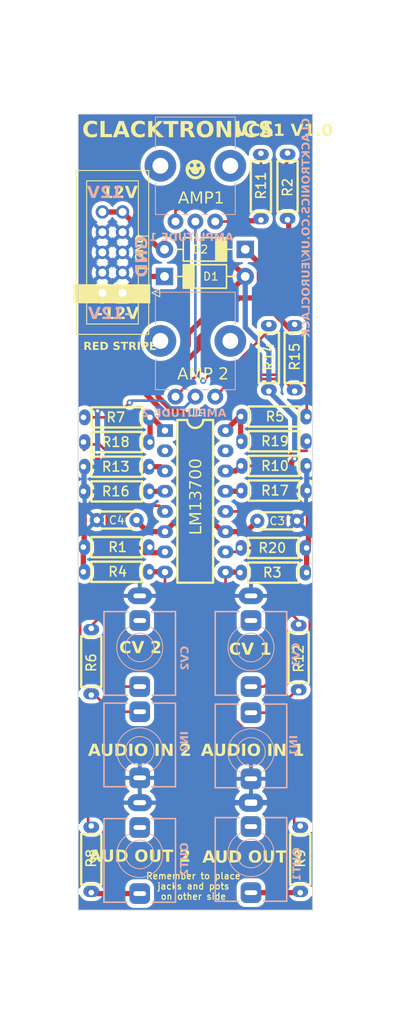
<source format=kicad_pcb>
(kicad_pcb (version 20221018) (generator pcbnew)
  (layers (0 "F.Cu" signal) (31 "B.Cu" signal) (34 "B.Paste" user) (35 "F.Paste" user) (36 "B.SilkS" user "B.Silkscreen") (37 "F.SilkS" user "F.Silkscreen") (38 "B.Mask" user) (39 "F.Mask" user) (44 "Edge.Cuts" user))
  (net 0 "")
  (net 2 "GND")
  (net 3 "Net-(J7-PadT)")
  (net 4 "+12V")
  (net 5 "-12V")
  (net 6 "Net-(D1-K)")
  (net 7 "Net-(D2-A)")
  (net 8 "Net-(J1-PadT)")
  (net 10 "Net-(J2-PadT)")
  (net 12 "Net-(J3-PadT)")
  (net 13 "Net-(J4-PadT)")
  (net 14 "Net-(R1-Pad2)")
  (net 15 "Net-(U1A-+)")
  (net 16 "Net-(U1C--)")
  (net 17 "Net-(R2-Pad1)")
  (net 18 "Net-(R3-Pad2)")
  (net 19 "Net-(U1C-+)")
  (net 20 "Net-(R7-Pad2)")
  (net 21 "Net-(R14-Pad2)")
  (net 22 "Net-(R15-Pad1)")
  (net 23 "Net-(U1A--)")
  (net 27 "Net-(J6-PadT)")
  (net 28 "Net-(R18-Pad1)")
  (net 29 "Net-(R4-Pad2)")
  (net 30 "Net-(R19-Pad1)")
  (net 31 "Net-(R5-Pad2)")
  (net 32 "Net-(R11-Pad2)")
  (net 33 "Net-(R20-Pad2)")
  (footprint "Clacktronics:R_Axial_DIN0204_L3.6mm_D1.6mm_P7.62mm_Horizontal" (layer "F.Cu") (at 148.25 76.31 90)
    (fp_text reference "R11" (at 4.318 0 90) (layer "F.SilkS") (effects (font (size 1.2 1.2) (thickness 0.2) bold)))
    (fp_text value "10k")
    (pad "1" thru_hole oval (at 0 0 90) (size 1.4 2) (drill 0.7 (offset 0.15 0)) (layers "*.Cu" "*.Mask") (net 5 "-12V"))
    (pad "2" thru_hole oval (at 8.382 0 270) (size 1.4 2) (drill 0.7 (offset 0.15 0)) (layers "*.Cu" "*.Mask") (net 32 "Net-(R11-Pad2)"))
  )
  (footprint "Clacktronics:R_Axial_DIN0204_L3.6mm_D1.6mm_P7.62mm_Horizontal" (layer "F.Cu") (at 153 127.09 -90)
    (fp_text reference "R12" (at 4.318 0 -90) (layer "F.SilkS") (effects (font (size 1.2 1.2) (thickness 0.2) bold)))
    (fp_text value "100k")
    (pad "1" thru_hole oval (at 0 0 270) (size 1.4 2) (drill 0.7 (offset 0.15 0)) (layers "*.Cu" "*.Mask") (net 15 "Net-(U1A-+)"))
    (pad "2" thru_hole oval (at 8.382 0 90) (size 1.4 2) (drill 0.7 (offset 0.15 0)) (layers "*.Cu" "*.Mask") (net 13 "Net-(J4-PadT)"))
  )
  (footprint "Clacktronics:R_Axial_DIN0204_L3.6mm_D1.6mm_P7.62mm_Horizontal" (layer "F.Cu") (at 154 117.5 180)
    (fp_text reference "R20" (at 4.318 0 180) (layer "F.SilkS") (effects (font (size 1.2 1.2) (thickness 0.2) bold)))
    (fp_text value "20k")
    (pad "1" thru_hole oval (at 0 0 180) (size 1.4 2) (drill 0.7 (offset 0.15 0)) (layers "*.Cu" "*.Mask") (net 5 "-12V"))
    (pad "2" thru_hole oval (at 8.382 0) (size 1.4 2) (drill 0.7 (offset 0.15 0)) (layers "*.Cu" "*.Mask") (net 33 "Net-(R20-Pad2)"))
  )
  (footprint "Clacktronics:R_Axial_DIN0204_L3.6mm_D1.6mm_P7.62mm_Horizontal" (layer "F.Cu") (at 134.3 110.4 180)
    (fp_text reference "R16" (at 4.318 0 180) (layer "F.SilkS") (effects (font (size 1.2 1.2) (thickness 0.2) bold)))
    (fp_text value "1k")
    (pad "1" thru_hole oval (at 0 0 180) (size 1.4 2) (drill 0.7 (offset 0.15 0)) (layers "*.Cu" "*.Mask") (net 16 "Net-(U1C--)"))
    (pad "2" thru_hole oval (at 8.382 0) (size 1.4 2) (drill 0.7 (offset 0.15 0)) (layers "*.Cu" "*.Mask") (net 2 "GND"))
  )
  (footprint "Clacktronics:R_Axial_DIN0204_L3.6mm_D1.6mm_P7.62mm_Horizontal" (layer "F.Cu") (at 154 120.6 180)
    (fp_text reference "R3" (at 4.318 0 180) (layer "F.SilkS") (effects (font (size 1.2 1.2) (thickness 0.2) bold)))
    (fp_text value "20k")
    (pad "1" thru_hole oval (at 0 0 180) (size 1.4 2) (drill 0.7 (offset 0.15 0)) (layers "*.Cu" "*.Mask") (net 5 "-12V"))
    (pad "2" thru_hole oval (at 8.382 0) (size 1.4 2) (drill 0.7 (offset 0.15 0)) (layers "*.Cu" "*.Mask") (net 18 "Net-(R3-Pad2)"))
  )
  (footprint "Clacktronics:R_Axial_DIN0204_L3.6mm_D1.6mm_P7.62mm_Horizontal" (layer "F.Cu") (at 145.7 107.2)
    (fp_text reference "R10" (at 4.318 0) (layer "F.SilkS") (effects (font (size 1.2 1.2) (thickness 0.2) bold)))
    (fp_text value "1k")
    (pad "1" thru_hole oval (at 0 0) (size 1.4 2) (drill 0.7 (offset 0.15 0)) (layers "*.Cu" "*.Mask") (net 15 "Net-(U1A-+)"))
    (pad "2" thru_hole oval (at 8.382 0 180) (size 1.4 2) (drill 0.7 (offset 0.15 0)) (layers "*.Cu" "*.Mask") (net 2 "GND"))
  )
  (footprint "Clacktronics:R_Axial_DIN0204_L3.6mm_D1.6mm_P7.62mm_Horizontal" (layer "F.Cu") (at 134.3 104.2 180)
    (fp_text reference "R18" (at 4.318 0 180) (layer "F.SilkS") (effects (font (size 1.2 1.2) (thickness 0.2) bold)))
    (fp_text value "100k")
    (pad "1" thru_hole oval (at 0 0 180) (size 1.4 2) (drill 0.7 (offset 0.15 0)) (layers "*.Cu" "*.Mask") (net 28 "Net-(R18-Pad1)"))
    (pad "2" thru_hole oval (at 8.382 0) (size 1.4 2) (drill 0.7 (offset 0.15 0)) (layers "*.Cu" "*.Mask") (net 27 "Net-(J6-PadT)"))
  )
  (footprint "Clacktronics:R_Axial_DIN0204_L3.6mm_D1.6mm_P7.62mm_Horizontal" (layer "F.Cu") (at 145.7 101)
    (fp_text reference "R5" (at 4.318 0) (layer "F.SilkS") (effects (font (size 1.2 1.2) (thickness 0.2) bold)))
    (fp_text value "100k")
    (pad "1" thru_hole oval (at 0 0) (size 1.4 2) (drill 0.7 (offset 0.15 0)) (layers "*.Cu" "*.Mask") (net 30 "Net-(R19-Pad1)"))
    (pad "2" thru_hole oval (at 8.382 0 180) (size 1.4 2) (drill 0.7 (offset 0.15 0)) (layers "*.Cu" "*.Mask") (net 31 "Net-(R5-Pad2)"))
  )
  (footprint "Clacktronics:R_Axial_DIN0204_L3.6mm_D1.6mm_P7.62mm_Horizontal" (layer "F.Cu") (at 134.3 101.1 180)
    (fp_text reference "R7" (at 4.318 0 180) (layer "F.SilkS") (effects (font (size 1.2 1.2) (thickness 0.2) bold)))
    (fp_text value "100k")
    (pad "1" thru_hole oval (at 0 0 180) (size 1.4 2) (drill 0.7 (offset 0.15 0)) (layers "*.Cu" "*.Mask") (net 28 "Net-(R18-Pad1)"))
    (pad "2" thru_hole oval (at 8.382 0) (size 1.4 2) (drill 0.7 (offset 0.15 0)) (layers "*.Cu" "*.Mask") (net 20 "Net-(R7-Pad2)"))
  )
  (footprint "Clacktronics:R_Axial_DIN0204_L3.6mm_D1.6mm_P7.62mm_Horizontal" (layer "F.Cu") (at 152.5 97.8 90)
    (fp_text reference "R15" (at 4.318 0 90) (layer "F.SilkS") (effects (font (size 1.2 1.2) (thickness 0.2) bold)))
    (fp_text value "10k")
    (pad "1" thru_hole oval (at 0 0 90) (size 1.4 2) (drill 0.7 (offset 0.15 0)) (layers "*.Cu" "*.Mask") (net 22 "Net-(R15-Pad1)"))
    (pad "2" thru_hole oval (at 8.382 0 270) (size 1.4 2) (drill 0.7 (offset 0.15 0)) (layers "*.Cu" "*.Mask") (net 4 "+12V"))
  )
  (footprint "Clacktronics:R_Axial_DIN0204_L3.6mm_D1.6mm_P7.62mm_Horizontal" (layer "F.Cu") (at 134.3 107.3 180)
    (fp_text reference "R13" (at 4.318 0 180) (layer "F.SilkS") (effects (font (size 1.2 1.2) (thickness 0.2) bold)))
    (fp_text value "1k")
    (pad "1" thru_hole oval (at 0 0 180) (size 1.4 2) (drill 0.7 (offset 0.15 0)) (layers "*.Cu" "*.Mask") (net 19 "Net-(U1C-+)"))
    (pad "2" thru_hole oval (at 8.382 0) (size 1.4 2) (drill 0.7 (offset 0.15 0)) (layers "*.Cu" "*.Mask") (net 2 "GND"))
  )
  (footprint "Clacktronics:C_TH_Disc_P5.00mm" (layer "F.Cu") (at 127.6 114)
    (fp_text reference "C4" (at 2.5 0.0254) (layer "F.SilkS"))
    (fp_text value "100n")
    (pad "1" thru_hole circle (at 0 0) (size 1.8 1.8) (drill 0.8) (layers "*.Cu" "*.Mask") (net 2 "GND"))
    (pad "2" thru_hole circle (at 5 0) (size 1.8 1.8) (drill 0.8) (layers "*.Cu" "*.Mask") (net 5 "-12V"))
  )
  (footprint "Clacktronics:DIP-16_W7.62mm_LongPads" (layer "F.Cu") (at 136.175 102.76)
    (fp_text reference "U1" (at 3.81 -2.33) (layer "F.SilkS"))
    (fp_text value "LM13700")
    (pad "1" thru_hole rect (at 0 0) (size 2 1.6) (drill 0.8) (layers "*.Cu" "*.Mask") (net 28 "Net-(R18-Pad1)"))
    (pad "2" thru_hole oval (at 0 2.54) (size 2 1.6) (drill 0.8) (layers "*.Cu" "*.Mask"))
    (pad "3" thru_hole oval (at 0 5.08) (size 2 1.6) (drill 0.8) (layers "*.Cu" "*.Mask") (net 19 "Net-(U1C-+)"))
    (pad "4" thru_hole oval (at 0 7.62) (size 2 1.6) (drill 0.8) (layers "*.Cu" "*.Mask") (net 16 "Net-(U1C--)"))
    (pad "5" thru_hole oval (at 0 10.16) (size 2 1.6) (drill 0.8) (layers "*.Cu" "*.Mask") (net 14 "Net-(R1-Pad2)"))
    (pad "6" thru_hole oval (at 0 12.7) (size 2 1.6) (drill 0.8) (layers "*.Cu" "*.Mask") (net 5 "-12V"))
    (pad "7" thru_hole oval (at 0 15.24) (size 2 1.6) (drill 0.8) (layers "*.Cu" "*.Mask") (net 14 "Net-(R1-Pad2)"))
    (pad "8" thru_hole oval (at 0 17.78) (size 2 1.6) (drill 0.8) (layers "*.Cu" "*.Mask") (net 29 "Net-(R4-Pad2)"))
    (pad "9" thru_hole oval (at 7.62 17.78) (size 2 1.6) (drill 0.8) (layers "*.Cu" "*.Mask") (net 18 "Net-(R3-Pad2)"))
    (pad "10" thru_hole oval (at 7.62 15.24) (size 2 1.6) (drill 0.8) (layers "*.Cu" "*.Mask") (net 33 "Net-(R20-Pad2)"))
    (pad "11" thru_hole oval (at 7.62 12.7) (size 2 1.6) (drill 0.8) (layers "*.Cu" "*.Mask") (net 4 "+12V"))
    (pad "12" thru_hole oval (at 7.62 10.16) (size 2 1.6) (drill 0.8) (layers "*.Cu" "*.Mask") (net 33 "Net-(R20-Pad2)"))
    (pad "13" thru_hole oval (at 7.62 7.62) (size 2 1.6) (drill 0.8) (layers "*.Cu" "*.Mask") (net 23 "Net-(U1A--)"))
    (pad "14" thru_hole oval (at 7.62 5.08) (size 2 1.6) (drill 0.8) (layers "*.Cu" "*.Mask") (net 15 "Net-(U1A-+)"))
    (pad "15" thru_hole oval (at 7.62 2.54) (size 2 1.6) (drill 0.8) (layers "*.Cu" "*.Mask"))
    (pad "16" thru_hole oval (at 7.62 0) (size 2 1.6) (drill 0.8) (layers "*.Cu" "*.Mask") (net 30 "Net-(R19-Pad1)"))
  )
  (footprint "Clacktronics:R_Axial_DIN0204_L3.6mm_D1.6mm_P7.62mm_Horizontal" (layer "F.Cu") (at 126.9 160.8 90)
    (fp_text reference "R8" (at 4.318 0 90) (layer "F.SilkS") (effects (font (size 1.2 1.2) (thickness 0.2) bold)))
    (fp_text value "1k")
    (pad "1" thru_hole oval (at 0 0 90) (size 1.4 2) (drill 0.7 (offset 0.15 0)) (layers "*.Cu" "*.Mask") (net 10 "Net-(J2-PadT)"))
    (pad "2" thru_hole oval (at 8.382 0 270) (size 1.4 2) (drill 0.7 (offset 0.15 0)) (layers "*.Cu" "*.Mask") (net 29 "Net-(R4-Pad2)"))
  )
  (footprint "Clacktronics:R_Axial_DIN0204_L3.6mm_D1.6mm_P7.62mm_Horizontal" (layer "F.Cu") (at 125.9 117.4)
    (fp_text reference "R1" (at 4.318 0) (layer "F.SilkS") (effects (font (size 1.2 1.2) (thickness 0.2) bold)))
    (fp_text value "20k")
    (pad "1" thru_hole oval (at 0 0) (size 1.4 2) (drill 0.7 (offset 0.15 0)) (layers "*.Cu" "*.Mask") (net 5 "-12V"))
    (pad "2" thru_hole oval (at 8.382 0 180) (size 1.4 2) (drill 0.7 (offset 0.15 0)) (layers "*.Cu" "*.Mask") (net 14 "Net-(R1-Pad2)"))
  )
  (footprint "Clacktronics:C_TH_Disc_P5.00mm" (layer "F.Cu") (at 147.8 114.1)
    (fp_text reference "C3" (at 2.5 0.0254) (layer "F.SilkS"))
    (fp_text value "100n")
    (pad "1" thru_hole circle (at 0 0) (size 1.8 1.8) (drill 0.8) (layers "*.Cu" "*.Mask") (net 4 "+12V"))
    (pad "2" thru_hole circle (at 5 0) (size 1.8 1.8) (drill 0.8) (layers "*.Cu" "*.Mask") (net 2 "GND"))
  )
  (footprint "Clacktronics:R_Axial_DIN0204_L3.6mm_D1.6mm_P7.62mm_Horizontal" (layer "F.Cu") (at 149.25 97.81 90)
    (fp_text reference "R14" (at 4.318 0 90) (layer "F.SilkS") (effects (font (size 1.2 1.2) (thickness 0.2) bold)))
    (fp_text value "10k")
    (pad "1" thru_hole oval (at 0 0 90) (size 1.4 2) (drill 0.7 (offset 0.15 0)) (layers "*.Cu" "*.Mask") (net 5 "-12V"))
    (pad "2" thru_hole oval (at 8.382 0 270) (size 1.4 2) (drill 0.7 (offset 0.15 0)) (layers "*.Cu" "*.Mask") (net 21 "Net-(R14-Pad2)"))
  )
  (footprint "Clacktronics:face" (layer "F.Cu") (at 140 70)
    (fp_text reference "G***" hide)
    (fp_text value "LOGO" hide)
  )
  (footprint "Connector_IDC:IDC-Header_2x05_P2.54mm_Vertical" (layer "F.Cu") (at 130.84 85.46 180)
    (fp_text reference "J5" hide)
    (fp_text value "Eurorack socket" hide)
    (pad "1" thru_hole roundrect (at 0 0 180) (size 1.7 1.7) (drill 1) (layers "*.Cu" "*.Mask") (roundrect_rratio 0.1470588235) (net 6 "Net-(D1-K)"))
    (pad "2" thru_hole circle (at 2.54 0 180) (size 1.7 1.7) (drill 1) (layers "*.Cu" "*.Mask") (net 6 "Net-(D1-K)"))
    (pad "3" thru_hole circle (at 0 2.54 180) (size 1.7 1.7) (drill 1) (layers "*.Cu" "*.Mask") (net 2 "GND"))
    (pad "4" thru_hole circle (at 2.54 2.54 180) (size 1.7 1.7) (drill 1) (layers "*.Cu" "*.Mask") (net 2 "GND"))
    (pad "5" thru_hole circle (at 0 5.08 180) (size 1.7 1.7) (drill 1) (layers "*.Cu" "*.Mask") (net 2 "GND"))
    (pad "6" thru_hole circle (at 2.54 5.08 180) (size 1.7 1.7) (drill 1) (layers "*.Cu" "*.Mask") (net 2 "GND"))
    (pad "7" thru_hole circle (at 0 7.62 180) (size 1.7 1.7) (drill 1) (layers "*.Cu" "*.Mask") (net 2 "GND"))
    (pad "8" thru_hole circle (at 2.54 7.62 180) (size 1.7 1.7) (drill 1) (layers "*.Cu" "*.Mask") (net 2 "GND"))
    (pad "9" thru_hole circle (at 0 10.16 180) (size 1.7 1.7) (drill 1) (layers "*.Cu" "*.Mask") (net 7 "Net-(D2-A)"))
    (pad "10" thru_hole circle (at 2.54 10.16 180) (size 1.7 1.7) (drill 1) (layers "*.Cu" "*.Mask") (net 7 "Net-(D2-A)"))
  )
  (footprint "Clacktronics:R_Axial_DIN0204_L3.6mm_D1.6mm_P7.62mm_Horizontal" (layer "F.Cu") (at 153.2 160.81 90)
    (fp_text reference "R9" (at 4.318 0 90) (layer "F.SilkS") (effects (font (size 1.2 1.2) (thickness 0.2) bold)))
    (fp_text value "1k")
    (pad "1" thru_hole oval (at 0 0 90) (size 1.4 2) (drill 0.7 (offset 0.15 0)) (layers "*.Cu" "*.Mask") (net 12 "Net-(J3-PadT)"))
    (pad "2" thru_hole oval (at 8.382 0 270) (size 1.4 2) (drill 0.7 (offset 0.15 0)) (layers "*.Cu" "*.Mask") (net 18 "Net-(R3-Pad2)"))
  )
  (footprint "Clacktronics:R_Axial_DIN0204_L3.6mm_D1.6mm_P7.62mm_Horizontal" (layer "F.Cu") (at 151.6 67.9 -90)
    (fp_text reference "R2" (at 4.318 0 -90) (layer "F.SilkS") (effects (font (size 1.2 1.2) (thickness 0.2) bold)))
    (fp_text value "10k")
    (pad "1" thru_hole oval (at 0 0 270) (size 1.4 2) (drill 0.7 (offset 0.15 0)) (layers "*.Cu" "*.Mask") (net 17 "Net-(R2-Pad1)"))
    (pad "2" thru_hole oval (at 8.382 0 90) (size 1.4 2) (drill 0.7 (offset 0.15 0)) (layers "*.Cu" "*.Mask") (net 4 "+12V"))
  )
  (footprint "Clacktronics:R_Axial_DIN0204_L3.6mm_D1.6mm_P7.62mm_Horizontal" (layer "F.Cu") (at 125.9 120.5)
    (fp_text reference "R4" (at 4.318 0) (layer "F.SilkS") (effects (font (size 1.2 1.2) (thickness 0.2) bold)))
    (fp_text value "20k")
    (pad "1" thru_hole oval (at 0 0) (size 1.4 2) (drill 0.7 (offset 0.15 0)) (layers "*.Cu" "*.Mask") (net 5 "-12V"))
    (pad "2" thru_hole oval (at 8.382 0 180) (size 1.4 2) (drill 0.7 (offset 0.15 0)) (layers "*.Cu" "*.Mask") (net 29 "Net-(R4-Pad2)"))
  )
  (footprint "Clacktronics:R_Axial_DIN0204_L3.6mm_D1.6mm_P7.62mm_Horizontal" (layer "F.Cu") (at 145.7 110.3)
    (fp_text reference "R17" (at 4.318 0) (layer "F.SilkS") (effects (font (size 1.2 1.2) (thickness 0.2) bold)))
    (fp_text value "1k")
    (pad "1" thru_hole oval (at 0 0) (size 1.4 2) (drill 0.7 (offset 0.15 0)) (layers "*.Cu" "*.Mask") (net 23 "Net-(U1A--)"))
    (pad "2" thru_hole oval (at 8.382 0 180) (size 1.4 2) (drill 0.7 (offset 0.15 0)) (layers "*.Cu" "*.Mask") (net 2 "GND"))
  )
  (footprint "Clacktronics:R_Axial_DIN0204_L3.6mm_D1.6mm_P7.62mm_Horizontal" (layer "F.Cu") (at 145.7 104.1)
    (fp_text reference "R19" (at 4.318 0) (layer "F.SilkS") (effects (font (size 1.2 1.2) (thickness 0.2) bold)))
    (fp_text value "100k")
    (pad "1" thru_hole oval (at 0 0) (size 1.4 2) (drill 0.7 (offset 0.15 0)) (layers "*.Cu" "*.Mask") (net 30 "Net-(R19-Pad1)"))
    (pad "2" thru_hole oval (at 8.382 0 180) (size 1.4 2) (drill 0.7 (offset 0.15 0)) (layers "*.Cu" "*.Mask") (net 3 "Net-(J7-PadT)"))
  )
  (footprint "Clacktronics:D_TH_DO-41_P10.16mm" (layer "F.Cu") (at 136.12 83.4)
    (fp_text reference "D1" (at 5.83 0) (layer "F.SilkS"))
    (fp_text value "D_Schottky")
    (pad "1" thru_hole rect (at 0 0) (size 2.2 2.2) (drill 1.1) (layers "*.Cu" "*.Mask") (net 6 "Net-(D1-K)"))
    (pad "2" thru_hole oval (at 10.16 0) (size 2.2 2.2) (drill 1.1) (layers "*.Cu" "*.Mask") (net 5 "-12V"))
  )
  (footprint "Clacktronics:D_TH_DO-41_P10.16mm" (layer "F.Cu") (at 146.28 80 180)
    (fp_text reference "D2" (at 5.66 0) (layer "F.SilkS"))
    (fp_text value "D_Schottky")
    (pad "1" thru_hole rect (at 0 0 180) (size 2.2 2.2) (drill 1.1) (layers "*.Cu" "*.Mask") (net 4 "+12V"))
    (pad "2" thru_hole oval (at 10.16 0 180) (size 2.2 2.2) (drill 1.1) (layers "*.Cu" "*.Mask") (net 7 "Net-(D2-A)"))
  )
  (footprint "Clacktronics:R_Axial_DIN0204_L3.6mm_D1.6mm_P7.62mm_Horizontal" (layer "F.Cu") (at 126.9 127.6 -90)
    (fp_text reference "R6" (at 4.318 0 -90) (layer "F.SilkS") (effects (font (size 1.2 1.2) (thickness 0.2) bold)))
    (fp_text value "100k")
    (pad "1" thru_hole oval (at 0 0 270) (size 1.4 2) (drill 0.7 (offset 0.15 0)) (layers "*.Cu" "*.Mask") (net 19 "Net-(U1C-+)"))
    (pad "2" thru_hole oval (at 8.382 0 90) (size 1.4 2) (drill 0.7 (offset 0.15 0)) (layers "*.Cu" "*.Mask") (net 8 "Net-(J1-PadT)"))
  )
  (footprint "AudioJacks:Jack_3.5mm_QingPu_WQP-PJ301M-12_Vertical" (layer "B.Cu") (at 133 143 180)
    (fp_text reference "J1" hide)
    (fp_text value "AUDIO IN 2" hide)
    (pad "S" thru_hole oval (at 0 -6.48 180) (size 3.1 2.1) (drill oval 1.6 0.6) (layers "*.Cu" "*.Mask") (net 2 "GND"))
    (pad "T" thru_hole roundrect (at 0 4.92 180) (size 2.6 2.6) (drill oval 1.6 0.6) (layers "*.Cu" "*.Mask") (net 8 "Net-(J1-PadT)"))
    (pad "TN" thru_hole roundrect (at 0 -3.38 180) (size 2.6 2.6) (drill oval 1.6 0.6) (layers "*.Cu" "*.Mask") (net 2 "GND"))
  )
  (footprint "AudioJacks:Jack_3.5mm_QingPu_WQP-PJ301M-12_Vertical" (layer "B.Cu") (at 147 155.88)
    (fp_text reference "J3" hide)
    (fp_text value "AUDIO_OUT_1" hide)
    (pad "S" thru_hole oval (at 0 -6.48) (size 3.1 2.1) (drill oval 1.6 0.6) (layers "*.Cu" "*.Mask") (net 2 "GND"))
    (pad "T" thru_hole roundrect (at 0 4.92) (size 2.6 2.6) (drill oval 1.6 0.6) (layers "*.Cu" "*.Mask") (net 12 "Net-(J3-PadT)"))
    (pad "TN" thru_hole roundrect (at 0 -3.38) (size 2.6 2.6) (drill oval 1.6 0.6) (layers "*.Cu" "*.Mask"))
  )
  (footprint "AudioJacks:Jack_3.5mm_QingPu_WQP-PJ301M-12_Vertical" (layer "B.Cu") (at 133 156)
    (fp_text reference "J2" hide)
    (fp_text value "AUDIO_OUT_2" hide)
    (pad "S" thru_hole oval (at 0 -6.48) (size 3.1 2.1) (drill oval 1.6 0.6) (layers "*.Cu" "*.Mask") (net 2 "GND"))
    (pad "T" thru_hole roundrect (at 0 4.92) (size 2.6 2.6) (drill oval 1.6 0.6) (layers "*.Cu" "*.Mask") (net 10 "Net-(J2-PadT)"))
    (pad "TN" thru_hole roundrect (at 0 -3.38) (size 2.6 2.6) (drill oval 1.6 0.6) (layers "*.Cu" "*.Mask"))
  )
  (footprint "Clacktronics:POT_TH_Alps_RK09K_Single_Vertical" (layer "B.Cu") (at 140 69 180)
    (fp_text reference "RV1" hide)
    (fp_text value "100k")
    (pad "" thru_hole circle (at -4.4 -0.5 90) (size 4 4) (drill 2) (layers "*.Cu" "*.Mask"))
    (pad "" thru_hole circle (at 4.4 -0.5 90) (size 4 4) (drill 2) (layers "*.Cu" "*.Mask"))
    (pad "1" thru_hole circle (at 2.5 -7.5 90) (size 2 2) (drill 1) (layers "*.Cu" "*.Mask") (net 32 "Net-(R11-Pad2)"))
    (pad "2" thru_hole circle (at 0 -7.5 180) (size 2 2) (drill 1) (layers "*.Cu" "*.Mask") (net 31 "Net-(R5-Pad2)"))
    (pad "3" thru_hole circle (at -2.5 -7.5 90) (size 2 2) (drill 1) (layers "*.Cu" "*.Mask") (net 17 "Net-(R2-Pad1)"))
  )
  (footprint "AudioJacks:Jack_3.5mm_QingPu_WQP-PJ301M-12_Vertical" (layer "B.Cu") (at 147 143.12 180)
    (fp_text reference "J4" hide)
    (fp_text value "AUDIO IN 1" hide)
    (pad "S" thru_hole oval (at 0 -6.48 180) (size 3.1 2.1) (drill oval 1.6 0.6) (layers "*.Cu" "*.Mask") (net 2 "GND"))
    (pad "T" thru_hole roundrect (at 0 4.92 180) (size 2.6 2.6) (drill oval 1.6 0.6) (layers "*.Cu" "*.Mask") (net 13 "Net-(J4-PadT)"))
    (pad "TN" thru_hole roundrect (at 0 -3.38 180) (size 2.6 2.6) (drill oval 1.6 0.6) (layers "*.Cu" "*.Mask") (net 2 "GND"))
  )
  (footprint "Clacktronics:POT_TH_Alps_RK09K_Single_Vertical" (layer "B.Cu") (at 140 91 180)
    (fp_text reference "RV2" hide)
    (fp_text value "100k")
    (pad "" thru_hole circle (at -4.4 -0.5 90) (size 4 4) (drill 2) (layers "*.Cu" "*.Mask"))
    (pad "" thru_hole circle (at 4.4 -0.5 90) (size 4 4) (drill 2) (layers "*.Cu" "*.Mask"))
    (pad "1" thru_hole circle (at 2.5 -7.5 90) (size 2 2) (drill 1) (layers "*.Cu" "*.Mask") (net 21 "Net-(R14-Pad2)"))
    (pad "2" thru_hole circle (at 0 -7.5 180) (size 2 2) (drill 1) (layers "*.Cu" "*.Mask") (net 20 "Net-(R7-Pad2)"))
    (pad "3" thru_hole circle (at -2.5 -7.5 90) (size 2 2) (drill 1) (layers "*.Cu" "*.Mask") (net 22 "Net-(R15-Pad1)"))
  )
  (footprint "AudioJacks:Jack_3.5mm_QingPu_WQP-PJ301M-12_Vertical" (layer "B.Cu") (at 147 130)
    (fp_text reference "J7" hide)
    (fp_text value "CV 1")
    (pad "S" thru_hole oval (at 0 -6.48) (size 3.1 2.1) (drill oval 1.6 0.6) (layers "*.Cu" "*.Mask") (net 2 "GND"))
    (pad "T" thru_hole roundrect (at 0 4.92) (size 2.6 2.6) (drill oval 1.6 0.6) (layers "*.Cu" "*.Mask") (net 3 "Net-(J7-PadT)"))
    (pad "TN" thru_hole roundrect (at 0 -3.38) (size 2.6 2.6) (drill oval 1.6 0.6) (layers "*.Cu" "*.Mask"))
  )
  (footprint "AudioJacks:Jack_3.5mm_QingPu_WQP-PJ301M-12_Vertical" (layer "B.Cu") (at 133 130)
    (fp_text reference "J6" hide)
    (fp_text value "CV 2" hide)
    (pad "S" thru_hole oval (at 0 -6.48) (size 3.1 2.1) (drill oval 1.6 0.6) (layers "*.Cu" "*.Mask") (net 2 "GND"))
    (pad "T" thru_hole roundrect (at 0 4.92) (size 2.6 2.6) (drill oval 1.6 0.6) (layers "*.Cu" "*.Mask") (net 27 "Net-(J6-PadT)"))
    (pad "TN" thru_hole roundrect (at 0 -3.38) (size 2.6 2.6) (drill oval 1.6 0.6) (layers "*.Cu" "*.Mask"))
  )
  (gr_rect (start 124.75 84.45) (end 134.25 86.7) (stroke (width 0.15)) (fill solid) (layer "F.SilkS"))
  (gr_line (start 154.75 163) (end 154.75 63) (stroke (width 0.1)) (layer "Edge.Cuts"))
  (gr_line (start 125.25 63) (end 125.25 163) (stroke (width 0.1)) (layer "Edge.Cuts"))
  (gr_line (start 125.25 163) (end 154.75 163) (stroke (width 0.1)) (layer "Edge.Cuts"))
  (gr_line (start 154.75 63) (end 125.25 63) (stroke (width 0.1)) (layer "Edge.Cuts"))
  (gr_text "AMPLITUDE 2" (at 143.9 101.2) (layer "B.SilkS") (effects (font (size 1 1)) (justify left bottom mirror)))
  (gr_text "OUT1" (at 153.4 155.1 90) (layer "B.SilkS") (effects (font (size 1 1)) (justify left bottom mirror)))
  (gr_text "-12V\n" (at 131.9 89) (layer "B.SilkS") (effects (font (size 1.5 1.5)) (justify left bottom mirror)))
  (gr_text "IN2" (at 139.25 140.5 90) (layer "B.SilkS") (effects (font (size 1 1)) (justify left bottom mirror)))
  (gr_text "GND" (at 134.2 78.3 90) (layer "B.SilkS") (effects (font (size 1.5 1.5)) (justify left bottom mirror)))
  (gr_text "AMPLITUDE 1" (at 144.8 79.1) (layer "B.SilkS") (effects (font (size 1 1)) (justify left bottom mirror)))
  (gr_text "OUT2" (at 139.25 154.5 90) (layer "B.SilkS") (effects (font (size 1 1)) (justify left bottom mirror)))
  (gr_text "CV1" (at 153.3 129.4 90) (layer "B.SilkS") (effects (font (size 1 1)) (justify left bottom mirror)))
  (gr_text "IN1" (at 153 141 90) (layer "B.SilkS") (effects (font (size 1 1)) (justify left bottom mirror)))
  (gr_text "CV2" (at 139.3 129.8 90) (layer "B.SilkS") (effects (font (size 1 1)) (justify left bottom mirror)))
  (gr_text "12V" (at 130.9 73.8) (layer "B.SilkS") (effects (font (size 1.5 1.5)) (justify left bottom mirror)))
  (gr_text "CLACKTRONICS.CO.UK/EUROCLACK" (at 154.55 63.5 90) (layer "B.SilkS") (effects (font (size 1 1)) (justify left bottom mirror)))
  (gr_text "12V" (at 128.2 73.8) (layer "F.SilkS") (effects (font (size 1.5 1.5)) (justify left bottom)))
  (gr_text "CLACKTRONICS" (at 125.75 66.25) (layer "F.SilkS") (effects (font (size 2 2)) (justify left bottom)))
  (gr_text "AUDIO IN 1" (at 147.2 143) (layer "F.SilkS") (effects (font (size 1.5 1.5))))
  (gr_text "-12V\n" (at 127.5 89) (layer "F.SilkS") (effects (font (size 1.5 1.5)) (justify left bottom)))
  (gr_text "AUDIO IN 2" (at 133 143) (layer "F.SilkS") (effects (font (size 1.5 1.5))))
  (gr_text "RED STRIPE" (at 125.9 92.8) (layer "F.SilkS") (effects (font (size 1 1)) (justify left bottom)))
  (gr_text "Remember to place\njacks and pots\non other side" (at 139.75 161.75) (layer "F.SilkS") (effects (font (size 0.8 0.8)) (justify bottom)))
  (gr_text "AMP1" (at 137.8 74.5) (layer "F.SilkS") (effects (font (size 1.5 1.5)) (justify left bottom)))
  (gr_text "AUD OUT 2" (at 133 156.3) (layer "F.SilkS") (effects (font (size 1.5 1.5))))
  (gr_text "GND" (at 133.6 81.6 90) (layer "F.SilkS") (effects (font (size 1 1)) (justify left bottom)))
  (gr_text "AMP 2" (at 137.7 96.6) (layer "F.SilkS") (effects (font (size 1.5 1.5)) (justify left bottom)))
  (gr_text "CV 1\n" (at 146.9 130.3) (layer "F.SilkS") (effects (font (size 1.5 1.5))))
  (gr_text "LM13700" (at 141 115.9 90) (layer "F.SilkS") (effects (font (size 1.5 1.5)) (justify left bottom)))
  (gr_text "AUD OUT 1" (at 147.3 156.4) (layer "F.SilkS") (effects (font (size 1.5 1.5))))
  (gr_text "VCA1 V1.0" (at 145 66) (layer "F.SilkS") (effects (font (size 1.5 1.5)) (justify left bottom)))
  (gr_text "CV 2" (at 133.1 130.1) (layer "F.SilkS") (effects (font (size 1.5 1.5))))
  (segment (start 154.02 107.9) (end 154.02 110.4) (width 0.66) (layer "B.Cu") (net 2))
  (segment (start 125.99 107.8) (end 125.99 110.4) (width 0.66) (layer "B.Cu") (net 2))
  (segment (start 147 134.92) (end 148.653068 134.92) (width 0.33) (layer "F.Cu") (net 3))
  (segment (start 151.3 122.1) (end 151.3 106.347415) (width 0.33) (layer "F.Cu") (net 3))
  (segment (start 152.347415 105.3) (end 154.02 105.3) (width 0.33) (layer "F.Cu") (net 3))
  (segment (start 151.3 106.347415) (end 152.347415 105.3) (width 0.33) (layer "F.Cu") (net 3))
  (segment (start 154.4 129.173068) (end 154.4 125.2) (width 0.33) (layer "F.Cu") (net 3))
  (segment (start 148.653068 134.92) (end 154.4 129.173068) (width 0.33) (layer "F.Cu") (net 3))
  (segment (start 154.4 125.2) (end 151.3 122.1) (width 0.33) (layer "F.Cu") (net 3))
  (segment (start 135.3 97.6) (end 140.5 92.4) (width 0.66) (layer "F.Cu") (net 4))
  (segment (start 140.6 102.6) (end 138.24 100.24) (width 0.66) (layer "F.Cu") (net 4))
  (segment (start 145.5 86.1) (end 148.01 86.1) (width 0.66) (layer "F.Cu") (net 4))
  (segment (start 140.5 92.4) (end 140.5 91.1) (width 0.66) (layer "F.Cu") (net 4))
  (segment (start 148.01 86.1) (end 152.2 90.29) (width 0.66) (layer "F.Cu") (net 4))
  (segment (start 137.056224 100.24) (end 135.3 98.483776) (width 0.66) (layer "F.Cu") (net 4))
  (segment (start 148.055 81.775) (end 150.225 81.775) (width 0.66) (layer "F.Cu") (net 4))
  (segment (start 143.4 115.46) (end 140.6 112.66) (width 0.66) (layer "F.Cu") (net 4))
  (segment (start 138.24 100.24) (end 137.056224 100.24) (width 0.66) (layer "F.Cu") (net 4))
  (segment (start 146.28 80) (end 148.055 81.775) (width 0.66) (layer "F.Cu") (net 4))
  (segment (start 135.3 98.483776) (end 135.3 97.6) (width 0.66) (layer "F.Cu") (net 4))
  (segment (start 140.6 112.66) (end 140.6 102.6) (width 0.66) (layer "F.Cu") (net 4))
  (segment (start 147.8 114.1) (end 146.44 115.46) (width 0.66) (layer "F.Cu") (net 4))
  (segment (start 148.055 81.775) (end 148.055 86.145) (width 0.66) (layer "F.Cu") (net 4))
  (segment (start 151.75 80.25) (end 151.75 76.5) (width 0.66) (layer "F.Cu") (net 4))
  (segment (start 146.44 115.46) (end 143.4 115.46) (width 0.66) (layer "F.Cu") (net 4))
  (segment (start 140.5 91.1) (end 145.5 86.1) (width 0.66) (layer "F.Cu") (net 4))
  (segment (start 150.225 81.775) (end 151.75 80.25) (width 0.66) (layer "F.Cu") (net 4))
  (segment (start 132.6 114) (end 132.6 114.1) (width 0.66) (layer "F.Cu") (net 5))
  (segment (start 146.28 83.4) (end 144 81.12) (width 0.66) (layer "F.Cu") (net 5))
  (segment (start 132.6 114.1) (end 133.9 115.4) (width 0.66) (layer "F.Cu") (net 5))
  (segment (start 144 81.12) (end 144 78.3) (width 0.66) (layer "F.Cu") (net 5))
  (segment (start 125.9 117.4) (end 126 117.3) (width 0.66) (layer "F.Cu") (net 5))
  (segment (start 125.9 117.4) (end 125.9 120.5) (width 0.66) (layer "F.Cu") (net 5))
  (segment (start 126 117.3) (end 126 112.8) (width 0.66) (layer "F.Cu") (net 5))
  (segment (start 139.5 103.02) (end 139.5 112.14) (width 0.66) (layer "F.Cu") (net 5))
  (segment (start 152.1 110.8) (end 152.1 106.7) (width 0.66) (layer "F.Cu") (net 5))
  (segment (start 146.28 83.4) (end 139.1 90.58) (width 0.66) (layer "F.Cu") (net 5))
  (segment (start 133.49 97.7) (end 133.49 97.89) (width 0.66) (layer "F.Cu") (net 5))
  (segment (start 126 112.8) (end 127.7 111.1) (width 0.66) (layer "F.Cu") (net 5))
  (segment (start 144 78.3) (end 145.9 76.4) (width 0.66) (layer "F.Cu") (net 5))
  (segment (start 137.58 101.1) (end 139.5 103.02) (width 0.66) (layer "F.Cu") (net 5))
  (segment (start 154 117.5) (end 154 120.6) (width 0.66) (layer "F.Cu") (net 5))
  (segment (start 154.23 112.93) (end 152.1 110.8) (width 0.66) (layer "F.Cu") (net 5))
  (segment (start 154.23 117.27) (end 154.23 112.93) (width 0.66) (layer "F.Cu") (net 5))
  (segment (start 130.285 97.7) (end 127.7 100.285) (width 0.66) (layer "F.Cu") (net 5))
  (segment (start 145.9 76.4) (end 148.3 76.4) (width 0.66) (layer "F.Cu") (net 5))
  (segment (start 139.5 112.14) (end 136.18 115.46) (width 0.66) (layer "F.Cu") (net 5))
  (segment (start 127.7 111.1) (end 127.7 105.500008) (width 0.66) (layer "F.Cu") (net 5))
  (segment (start 133.49 97.89) (end 136.7 101.1) (width 0.66) (layer "F.Cu") (net 5))
  (segment (start 152.1 106.7) (end 152.5 106.3) (width 0.66) (layer "F.Cu") (net 5))
  (segment (start 139.1 92.09) (end 133.49 97.7) (width 0.66) (layer "F.Cu") (net 5))
  (segment (start 136.18 115.46) (end 134.04 115.46) (width 0.66) (layer "F.Cu") (net 5))
  (segment (start 139.1 90.58) (end 139.1 92.09) (width 0.66) (layer "F.Cu") (net 5))
  (segment (start 133.49 97.7) (end 130.285 97.7) (width 0.66) (layer "F.Cu") (net 5))
  (segment (start 136.7 101.1) (end 137.58 101.1) (width 0.66) (layer "F.Cu") (net 5))
  (segment (start 154 117.5) (end 154.23 117.27) (width 0.66) (layer "F.Cu") (net 5))
  (via (at 127.7 105.500008) (size 0.8) (drill 0.4) (layers "F.Cu" "B.Cu") (net 5))
  (via (at 127.7 100.285) (size 0.8) (drill 0.4) (layers "F.Cu" "B.Cu") (net 5))
  (via (at 152.5 106.3) (size 0.8) (drill 0.4) (layers "F.Cu" "B.Cu") (net 5))
  (segment (start 127.7 105.500008) (end 127.7 100.285) (width 0.66) (layer "B.Cu") (net 5))
  (segment (start 152.5 106.3) (end 152.5 101.06) (width 0.66) (layer "B.Cu") (net 5))
  (segment (start 152.5 101.06) (end 149.25 97.81) (width 0.66) (layer "B.Cu") (net 5))
  (segment (start 146.28 83.4) (end 146.28 89.802039) (width 0.66) (layer "B.Cu") (net 5))
  (segment (start 146.28 89.802039) (end 149.25 92.772039) (width 0.66) (layer "B.Cu") (net 5))
  (segment (start 149.25 92.772039) (end 149.25 97.81) (width 0.66) (layer "B.Cu") (net 5))
  (segment (start 132.9 83.4) (end 130.84 85.46) (width 0.66) (layer "F.Cu") (net 6))
  (segment (start 136.12 83.4) (end 132.9 83.4) (width 0.66) (layer "F.Cu") (net 6))
  (segment (start 130.84 85.46) (end 128.3 85.46) (width 0.66) (layer "F.Cu") (net 6))
  (segment (start 135.54 80) (end 136.12 80) (width 0.66) (layer "F.Cu") (net 7))
  (segment (start 130.84 75.3) (end 135.54 80) (width 0.66) (layer "F.Cu") (net 7))
  (segment (start 128.3 75.3) (end 130.84 75.3) (width 0.66) (layer "F.Cu") (net 7))
  (segment (start 129.47 138.08) (end 126.6 135.21) (width 0.33) (layer "F.Cu") (net 8))
  (segment (start 133 138.08) (end 129.47 138.08) (width 0.33) (layer "F.Cu") (net 8))
  (segment (start 133 160.92) (end 127.02 160.92) (width 0.66) (layer "F.Cu") (net 10))
  (segment (start 127.02 160.92) (end 126.9 160.8) (width 0.66) (layer "F.Cu") (net 10))
  (segment (start 147 160.8) (end 153.19 160.8) (width 0.66) (layer "F.Cu") (net 12))
  (segment (start 153.19 160.8) (end 153.2 160.81) (width 0.66) (layer "F.Cu") (net 12))
  (segment (start 153.4 134.71) (end 149.91 138.2) (width 0.33) (layer "F.Cu") (net 13))
  (segment (start 149.91 138.2) (end 147 138.2) (width 0.33) (layer "F.Cu") (net 13))
  (segment (start 135.46 112.2) (end 132.5 112.2) (width 0.33) (layer "F.Cu") (net 14))
  (segment (start 136.08 118.1) (end 136.18 118) (width 0.66) (layer "F.Cu") (net 14))
  (segment (start 133.62 118.1) (end 136.08 118.1) (width 0.66) (layer "F.Cu") (net 14))
  (segment (start 130.9 113.8) (end 130.9 115.38) (width 0.33) (layer "F.Cu") (net 14))
  (segment (start 132.5 112.2) (end 130.9 113.8) (width 0.33) (layer "F.Cu") (net 14))
  (segment (start 136.18 112.92) (end 135.46 112.2) (width 0.33) (layer "F.Cu") (net 14))
  (segment (start 130.9 115.38) (end 133.62 118.1) (width 0.33) (layer "F.Cu") (net 14))
  (segment (start 153 126.69) (end 150.6 124.29) (width 0.33) (layer "F.Cu") (net 15))
  (segment (start 150.6 124.29) (end 150.6 110.2) (width 0.33) (layer "F.Cu") (net 15))
  (segment (start 150.6 110.2) (end 147.6 107.2) (width 0.33) (layer "F.Cu") (net 15))
  (segment (start 145.06 107.84) (end 145.7 107.2) (width 0.66) (layer "F.Cu") (net 15))
  (segment (start 153 127.09) (end 153 126.69) (width 0.33) (layer "F.Cu") (net 15))
  (segment (start 143.8 107.84) (end 145.06 107.84) (width 0.66) (layer "F.Cu") (net 15))
  (segment (start 147.6 107.2) (end 145.7 107.2) (width 0.33) (layer "F.Cu") (net 15))
  (segment (start 136.16 110.4) (end 136.18 110.38) (width 0.66) (layer "F.Cu") (net 16))
  (segment (start 134.3 110.4) (end 136.16 110.4) (width 0.66) (layer "F.Cu") (net 16))
  (segment (start 151.6 67.9) (end 151.6 69.03) (width 0.33) (layer "F.Cu") (net 17))
  (segment (start 151.6 69.03) (end 144.13 76.5) (width 0.33) (layer "F.Cu") (net 17))
  (segment (start 144.13 76.5) (end 142.5 76.5) (width 0.33) (layer "F.Cu") (net 17))
  (segment (start 152.435 146.535) (end 143.8 137.9) (width 0.33) (layer "F.Cu") (net 18))
  (segment (start 143.8 120.54) (end 146.32 120.54) (width 0.66) (layer "F.Cu") (net 18))
  (segment (start 146.32 120.54) (end 146.38 120.6) (width 0.66) (layer "F.Cu") (net 18))
  (segment (start 152.435 152.125) (end 152.435 146.535) (width 0.33) (layer "F.Cu") (net 18))
  (segment (start 143.8 137.9) (end 143.8 120.54) (width 0.33) (layer "F.Cu") (net 18))
  (segment (start 153.5 153.19) (end 152.435 152.125) (width 0.33) (layer "F.Cu") (net 18))
  (segment (start 126.9 127.29) (end 130.2 123.99) (width 0.33) (layer "F.Cu") (net 19))
  (segment (start 134.3 107.3) (end 135.64 107.3) (width 0.66) (layer "F.Cu") (net 19))
  (segment (start 130.2 123.99) (end 130.2 111.21) (width 0.33) (layer "F.Cu") (net 19))
  (segment (start 126.9 127.6) (end 126.9 127.29) (width 0.33) (layer "F.Cu") (net 19))
  (segment (start 134.11 107.3) (end 134.3 107.3) (width 0.33) (layer "F.Cu") (net 19))
  (segment (start 130.2 111.21) (end 134.11 107.3) (width 0.33) (layer "F.Cu") (net 19))
  (segment (start 135.64 107.3) (end 136.18 107.84) (width 0.66) (layer "F.Cu") (net 19))
  (segment (start 129.9 101.1) (end 125.918 101.1) (width 0.33) (layer "F.Cu") (net 20))
  (segment (start 131.75 99.25) (end 129.9 101.1) (width 0.33) (layer "F.Cu") (net 20))
  (via (at 131.75 99.25) (size 0.8) (drill 0.4) (layers "F.Cu" "B.Cu") (net 20))
  (segment (start 136.934598 99.865) (end 138.635 99.865) (width 0.33) (layer "B.Cu") (net 20))
  (segment (start 132 99) (end 136.069598 99) (width 0.33) (layer "B.Cu") (net 20))
  (segment (start 131.75 99.25) (end 132 99) (width 0.33) (layer "B.Cu") (net 20))
  (segment (start 136.069598 99) (end 136.934598 99.865) (width 0.33) (layer "B.Cu") (net 20))
  (segment (start 138.635 99.865) (end 140 98.5) (width 0.33) (layer "B.Cu") (net 20))
  (segment (start 149.25 90.19) (end 144.22 95.22) (width 0.33) (layer "F.Cu") (net 21))
  (segment (start 144.22 95.22) (end 140.78 95.22) (width 0.33) (layer "F.Cu") (net 21))
  (segment (start 140.78 95.22) (end 137.5 98.5) (width 0.33) (layer "F.Cu") (net 21))
  (segment (start 142.5 98.5) (end 144.72 96.28) (width 0.33) (layer "F.Cu") (net 22))
  (segment (start 144.72 96.28) (end 150.98 96.28) (width 0.33) (layer "F.Cu") (net 22))
  (segment (start 150.98 96.28) (end 152.5 97.8) (width 0.33) (layer "F.Cu") (net 22))
  (segment (start 143.8 110.38) (end 145.62 110.38) (width 0.66) (layer "F.Cu") (net 23))
  (segment (start 145.62 110.38) (end 145.7 110.3) (width 0.66) (layer "F.Cu") (net 23))
  (segment (start 131.02 134.92) (end 125.5 129.4) (width 0.33) (layer "F.Cu") (net 27))
  (segment (start 128.865 105.412415) (end 127.952585 104.5) (width 0.33) (layer "F.Cu") (net 27))
  (segment (start 125.5 129.4) (end 125.5 125) (width 0.33) (layer "F.Cu") (net 27))
  (segment (start 126.69 104.5) (end 125.99 105.2) (width 0.33) (layer "F.Cu") (net 27))
  (segment (start 127.952585 104.5) (end 126.69 104.5) (width 0.33) (layer "F.Cu") (net 27))
  (segment (start 128.865 121.635) (end 128.865 105.412415) (width 0.33) (layer "F.Cu") (net 27))
  (segment (start 133 134.92) (end 131.02 134.92) (width 0.33) (layer "F.Cu") (net 27))
  (segment (start 125.5 125) (end 128.865 121.635) (width 0.33) (layer "F.Cu") (net 27))
  (segment (start 134.52 101.1) (end 136.18 102.76) (width 0.66) (layer "F.Cu") (net 28))
  (segment (start 134.3 104.2) (end 134.3 101.1) (width 0.66) (layer "F.Cu") (net 28))
  (segment (start 134.3 101.1) (end 134.52 101.1) (width 0.66) (layer "F.Cu") (net 28))
  (segment (start 136.18 138.52) (end 136.18 120.54) (width 0.33) (layer "F.Cu") (net 29))
  (segment (start 126.5 148.2) (end 136.18 138.52) (width 0.33) (layer "F.Cu") (net 29))
  (segment (start 133.62 120.5) (end 136.14 120.5) (width 0.66) (layer "F.Cu") (net 29))
  (segment (start 126.5 153.19) (end 126.5 148.2) (width 0.33) (layer "F.Cu") (net 29))
  (segment (start 136.14 120.5) (end 136.18 120.54) (width 0.66) (layer "F.Cu") (net 29))
  (segment (start 145.7 104.1) (end 145.7 101) (width 0.66) (layer "F.Cu") (net 30))
  (segment (start 145.56 101) (end 145.7 101) (width 0.66) (layer "F.Cu") (net 30))
  (segment (start 143.8 102.76) (end 145.56 101) (width 0.66) (layer "F.Cu") (net 30))
  (segment (start 154.02 97.27) (end 152.5 95.75) (width 0.33) (layer "F.Cu") (net 31))
  (segment (start 154.02 100.938) (end 154.082 101) (width 0.33) (layer "F.Cu") (net 31))
  (segment (start 152.5 95.75) (end 141.75 95.75) (width 0.33) (layer "F.Cu") (net 31))
  (segment (start 154.02 97.27) (end 154.02 100.938) (width 0.33) (layer "F.Cu") (net 31))
  (segment (start 141.75 95.75) (end 141 96.5) (width 0.33) (layer "F.Cu") (net 31))
  (via (at 141 96.5) (size 0.8) (drill 0.4) (layers "F.Cu" "B.Cu") (net 31))
  (segment (start 141 96.5) (end 140 95.5) (width 0.33) (layer "B.Cu") (net 31))
  (segment (start 140 95.5) (end 140 76.5) (width 0.33) (layer "B.Cu") (net 31))
  (segment (start 148.25 68.69) (end 148.25 69.679949) (width 0.33) (layer "F.Cu") (net 32))
  (segment (start 137.5 75) (end 137.5 76.5) (width 0.33) (layer "F.Cu") (net 32))
  (segment (start 144.179949 73.75) (end 139 73.75) (width 0.33) (layer "F.Cu") (net 32))
  (segment (start 148.25 69.679949) (end 144.179949 73.75) (width 0.33) (layer "F.Cu") (net 32))
  (segment (start 139 73.75) (end 137.75 75) (width 0.33) (layer "F.Cu") (net 32))
  (segment (start 137.75 75) (end 137.5 75) (width 0.33) (layer "F.Cu") (net 32))
  (segment (start 145.28 112.92) (end 146.2 112) (width 0.33) (layer "F.Cu") (net 33))
  (segment (start 146.2 112) (end 148.7 112) (width 0.33) (layer "F.Cu") (net 33))
  (segment (start 148.7 112) (end 149.6 112.9) (width 0.33) (layer "F.Cu") (net 33))
  (segment (start 145.118 118) (end 145.618 117.5) (width 0.33) (layer "F.Cu") (net 33))
  (segment (start 143.8 112.92) (end 145.28 112.92) (width 0.33) (layer "F.Cu") (net 33))
  (segment (start 149.6 112.9) (end 149.6 115.3) (width 0.33) (layer "F.Cu") (net 33))
  (segment (start 147.4 117.5) (end 145.618 117.5) (width 0.33) (layer "F.Cu") (net 33))
  (segment (start 149.6 115.3) (end 147.4 117.5) (width 0.33) (layer "F.Cu") (net 33))
  (segment (start 143.795 118) (end 145.118 118) (width 0.33) (layer "F.Cu") (net 33))
  (zone (net 2) (net_name "GND") (layer "B.Cu") (connect_pads (clearance 0.5)) (min_thickness 0.25) (fill yes (thermal_gap 0.5) (thermal_bridge_width 0.5))
    (polygon (pts (xy 155.25 163.25) (xy 124.75 163.5) (xy 124.75 62.75) (xy 155.25 62.75)))
  )
)
</source>
